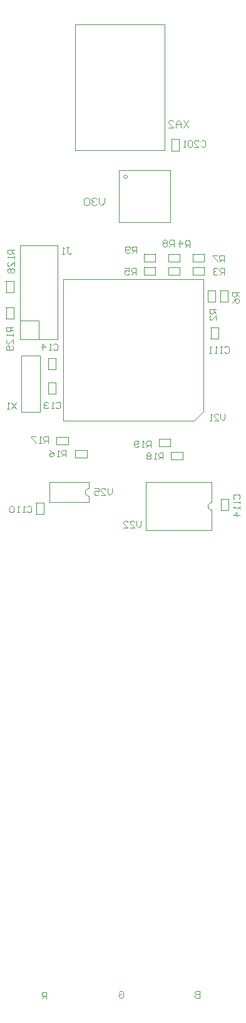
<source format=gbo>
*%FSLAX23Y23*%
*%MOIN*%
G01*
D12*
X5258Y6925D02*
Y7595D01*
X4782D02*
Y6925D01*
Y7595D02*
X5258D01*
Y6925D02*
X4782D01*
D14*
X4628Y2442D02*
Y2407D01*
Y2442D02*
X4610D01*
X4604Y2437D01*
Y2425D01*
X4610Y2419D01*
X4628D01*
X4616D02*
X4604Y2407D01*
X5014Y2442D02*
X5020Y2447D01*
X5032D01*
X5038Y2442D01*
Y2418D01*
X5032Y2412D01*
X5020D01*
X5014Y2418D01*
Y2430D01*
X5026D01*
X5443Y2447D02*
Y2412D01*
X5425D01*
X5419Y2418D01*
Y2424D01*
X5425Y2430D01*
X5443D01*
X5444D01*
X5443D02*
X5444D01*
X5443D02*
X5444D01*
X5443D02*
X5425D01*
X5419Y2436D01*
Y2442D01*
X5425Y2447D01*
X5443D01*
D15*
X5579Y5496D02*
Y5519D01*
Y5496D02*
X5567Y5484D01*
X5555Y5496D01*
Y5519D01*
X5544Y5484D02*
X5520D01*
X5544D02*
X5520Y5507D01*
Y5513D01*
X5526Y5519D01*
X5538D01*
X5544Y5513D01*
X5509Y5484D02*
X5497D01*
X5503D01*
Y5519D01*
X5504D01*
X5503D02*
X5509Y5513D01*
X5497Y6078D02*
X5532D01*
X5497D02*
Y6061D01*
X5502Y6055D01*
X5514D01*
X5520Y6061D01*
Y6078D01*
Y6066D02*
X5532Y6055D01*
Y6043D02*
Y6020D01*
Y6043D02*
X5508Y6020D01*
X5502D01*
X5497Y6026D01*
Y6037D01*
X5502Y6043D01*
X5575Y6261D02*
Y6296D01*
X5557D01*
X5551Y6290D01*
Y6279D01*
X5557Y6273D01*
X5575D01*
X5563D02*
X5551Y6261D01*
X5540Y6290D02*
X5534Y6296D01*
X5522D01*
X5516Y6290D01*
Y6284D01*
X5517D01*
X5516D02*
X5517D01*
X5516D02*
X5517D01*
X5516D02*
X5522Y6279D01*
X5528D01*
X5522D01*
X5516Y6273D01*
Y6267D01*
X5522Y6261D01*
X5534D01*
X5540Y6267D01*
X5390Y6408D02*
Y6443D01*
X5372D01*
X5366Y6437D01*
Y6426D01*
X5372Y6420D01*
X5390D01*
X5378D02*
X5366Y6408D01*
X5337D02*
Y6443D01*
X5355Y6426D01*
X5331D01*
X5104Y6296D02*
Y6261D01*
Y6296D02*
X5086D01*
X5080Y6290D01*
Y6279D01*
X5086Y6273D01*
X5104D01*
X5092D02*
X5080Y6261D01*
X5069Y6296D02*
X5045D01*
X5069D02*
Y6279D01*
X5057Y6284D01*
X5051D01*
X5045Y6279D01*
Y6267D01*
X5051Y6261D01*
X5063D01*
X5069Y6267D01*
X5108Y6377D02*
Y6412D01*
X5090D01*
X5084Y6406D01*
Y6395D01*
X5090Y6389D01*
X5108D01*
X5096D02*
X5084Y6377D01*
X5073Y6383D02*
X5067Y6377D01*
X5055D01*
X5049Y6383D01*
Y6406D01*
X5055Y6412D01*
X5067D01*
X5073Y6406D01*
Y6400D01*
X5067Y6395D01*
X5049D01*
X5306Y6412D02*
Y6447D01*
X5288D01*
X5282Y6441D01*
Y6430D01*
X5288Y6424D01*
X5306D01*
X5294D02*
X5282Y6412D01*
X5271Y6441D02*
X5265Y6447D01*
X5253D01*
X5247Y6441D01*
Y6435D01*
X5253Y6430D01*
X5247Y6424D01*
Y6418D01*
X5253Y6412D01*
X5265D01*
X5271Y6418D01*
Y6424D01*
X5265Y6430D01*
X5271Y6435D01*
Y6441D01*
X5265Y6430D02*
X5253D01*
X5573Y6365D02*
Y6330D01*
Y6365D02*
X5555D01*
X5549Y6359D01*
Y6348D01*
X5555Y6342D01*
X5573D01*
X5561D02*
X5549Y6330D01*
X5538Y6365D02*
X5514D01*
Y6359D01*
X5538Y6336D01*
Y6330D01*
X5618Y6168D02*
X5653D01*
X5618D02*
Y6151D01*
X5623Y6145D01*
X5635D01*
X5641Y6151D01*
Y6168D01*
Y6156D02*
X5653Y6145D01*
X5623Y6121D02*
X5618Y6110D01*
X5623Y6121D02*
X5635Y6133D01*
X5647D01*
X5653Y6127D01*
Y6116D01*
X5647Y6110D01*
X5641D01*
X5635Y6116D01*
Y6133D01*
X5582Y5880D02*
X5576Y5874D01*
X5582Y5880D02*
X5594D01*
X5600Y5874D01*
Y5851D01*
X5594Y5845D01*
X5582D01*
X5576Y5851D01*
X5565Y5845D02*
X5553D01*
X5559D01*
Y5880D01*
X5560D01*
X5559D02*
X5565Y5874D01*
X5535Y5845D02*
X5524D01*
X5530D01*
Y5880D01*
X5531D01*
X5530D02*
X5535Y5874D01*
X5506Y5845D02*
X5495D01*
X5500D01*
Y5880D01*
X5501D01*
X5500D02*
X5506Y5874D01*
X4684Y5584D02*
X4678Y5578D01*
X4684Y5584D02*
X4696D01*
X4702Y5578D01*
Y5555D01*
X4696Y5549D01*
X4684D01*
X4678Y5555D01*
X4667Y5549D02*
X4655D01*
X4661D01*
Y5584D01*
X4662D01*
X4661D02*
X4667Y5578D01*
X4637D02*
X4632Y5584D01*
X4620D01*
X4614Y5578D01*
Y5572D01*
X4615D01*
X4614D02*
X4615D01*
X4614D02*
X4615D01*
X4614D02*
X4620Y5567D01*
X4626D01*
X4620D01*
X4614Y5561D01*
Y5555D01*
X4620Y5549D01*
X4632D01*
X4637Y5555D01*
X4664Y5888D02*
X4670Y5894D01*
X4682D01*
X4688Y5888D01*
Y5865D01*
X4682Y5859D01*
X4670D01*
X4664Y5865D01*
X4653Y5859D02*
X4641D01*
X4647D01*
Y5894D01*
X4648D01*
X4647D02*
X4653Y5888D01*
X4606Y5894D02*
Y5859D01*
X4623Y5877D02*
X4606Y5894D01*
X4600Y5877D02*
X4623D01*
X4466Y5582D02*
X4442Y5547D01*
X4466D02*
X4442Y5582D01*
X4431Y5547D02*
X4419D01*
X4425D01*
Y5582D01*
X4426D01*
X4425D02*
X4431Y5576D01*
X4421Y6394D02*
X4456D01*
X4421D02*
Y6377D01*
X4426Y6371D01*
X4438D01*
X4444Y6377D01*
Y6394D01*
Y6382D02*
X4456Y6371D01*
Y6359D02*
Y6347D01*
Y6353D01*
X4421D01*
X4422D01*
X4421D02*
X4426Y6359D01*
X4456Y6330D02*
Y6307D01*
Y6330D02*
X4432Y6307D01*
X4426D01*
X4421Y6312D01*
Y6324D01*
X4426Y6330D01*
Y6295D02*
X4421Y6289D01*
Y6277D01*
X4426Y6272D01*
X4432D01*
X4438Y6277D01*
X4444Y6272D01*
X4450D01*
X4456Y6277D01*
Y6289D01*
X4450Y6295D01*
X4444D01*
X4438Y6289D01*
X4432Y6295D01*
X4426D01*
X4438Y6289D02*
Y6277D01*
X5450Y6970D02*
X5456Y6976D01*
X5468D01*
X5474Y6970D01*
Y6947D01*
X5468Y6941D01*
X5456D01*
X5450Y6947D01*
X5439Y6941D02*
X5415D01*
X5439D02*
X5415Y6964D01*
Y6970D01*
X5421Y6976D01*
X5433D01*
X5439Y6970D01*
X5404D02*
X5398Y6976D01*
X5386D01*
X5380Y6970D01*
Y6947D01*
X5386Y6941D01*
X5398D01*
X5404Y6947D01*
Y6970D01*
X5369Y6941D02*
X5357D01*
X5363D01*
Y6976D01*
X5364D01*
X5363D02*
X5369Y6970D01*
X4936Y6671D02*
Y6644D01*
X4922Y6631D01*
X4909Y6644D01*
Y6671D01*
X4896Y6664D02*
X4889Y6671D01*
X4876D01*
X4869Y6664D01*
Y6658D01*
X4870D01*
X4869D02*
X4870D01*
X4869D02*
X4870D01*
X4869D02*
X4876Y6651D01*
X4882D01*
X4876D01*
X4869Y6644D01*
Y6638D01*
X4876Y6631D01*
X4889D01*
X4896Y6638D01*
X4856Y6664D02*
X4849Y6671D01*
X4836D01*
X4829Y6664D01*
Y6638D01*
X4836Y6631D01*
X4849D01*
X4856Y6638D01*
Y6664D01*
X5357Y7043D02*
X5384Y7083D01*
X5357D02*
X5384Y7043D01*
X5344D02*
Y7070D01*
X5330Y7083D01*
X5317Y7070D01*
Y7043D01*
Y7063D01*
X5344D01*
X5304Y7043D02*
X5277D01*
X5304D02*
X5277Y7070D01*
Y7076D01*
X5284Y7083D01*
X5297D01*
X5304Y7076D01*
X4688Y6417D02*
Y5917D01*
X4488D02*
Y6417D01*
X4588Y6017D02*
Y5917D01*
X4488Y6417D02*
X4688D01*
X4588Y6017D02*
X4488D01*
Y5917D02*
X4688D01*
X4735Y6406D02*
X4747D01*
X4741D01*
Y6377D01*
X4747Y6371D01*
X4753D01*
X4759Y6377D01*
X4724Y6371D02*
X4712D01*
X4718D01*
Y6406D01*
X4719D01*
X4718D02*
X4724Y6400D01*
X4450Y5982D02*
X4415D01*
Y5965D01*
X4420Y5959D01*
X4432D01*
X4438Y5965D01*
Y5982D01*
Y5970D02*
X4450Y5959D01*
Y5947D02*
Y5935D01*
Y5941D01*
X4415D01*
X4416D01*
X4415D02*
X4420Y5947D01*
X4450Y5918D02*
Y5895D01*
Y5918D02*
X4426Y5895D01*
X4420D01*
X4415Y5900D01*
Y5912D01*
X4420Y5918D01*
X4444Y5883D02*
X4450Y5877D01*
Y5865D01*
X4444Y5860D01*
X4420D01*
X4415Y5865D01*
Y5877D01*
X4420Y5883D01*
X4426D01*
X4432Y5877D01*
Y5860D01*
X5132Y4949D02*
Y4926D01*
X5120Y4914D01*
X5108Y4926D01*
Y4949D01*
X5097Y4914D02*
X5073D01*
X5097D02*
X5073Y4937D01*
Y4943D01*
X5079Y4949D01*
X5091D01*
X5097Y4943D01*
X5062Y4914D02*
X5038D01*
X5062D02*
X5038Y4937D01*
Y4943D01*
X5044Y4949D01*
X5056D01*
X5062Y4943D01*
X4977Y5100D02*
Y5123D01*
Y5100D02*
X4965Y5088D01*
X4953Y5100D01*
Y5123D01*
X4942Y5088D02*
X4918D01*
X4942D02*
X4918Y5111D01*
Y5117D01*
X4924Y5123D01*
X4936D01*
X4942Y5117D01*
X4907Y5123D02*
X4883D01*
X4907D02*
Y5106D01*
X4895Y5111D01*
X4889D01*
X4883Y5106D01*
Y5094D01*
X4889Y5088D01*
X4901D01*
X4907Y5094D01*
X4530Y5031D02*
X4524Y5025D01*
X4530Y5031D02*
X4542D01*
X4548Y5025D01*
Y5002D01*
X4542Y4996D01*
X4530D01*
X4524Y5002D01*
X4513Y4996D02*
X4501D01*
X4507D01*
Y5031D01*
X4508D01*
X4507D02*
X4513Y5025D01*
X4483Y4996D02*
X4472D01*
X4478D01*
Y5031D01*
X4479D01*
X4478D02*
X4483Y5025D01*
X4454D02*
X4448Y5031D01*
X4437D01*
X4431Y5025D01*
Y5002D01*
X4437Y4996D01*
X4448D01*
X4454Y5002D01*
Y5025D01*
X4731Y5293D02*
Y5328D01*
X4713D01*
X4707Y5322D01*
Y5311D01*
X4713Y5305D01*
X4731D01*
X4719D02*
X4707Y5293D01*
X4696D02*
X4684D01*
X4690D01*
Y5328D01*
X4691D01*
X4690D02*
X4696Y5322D01*
X4655D02*
X4643Y5328D01*
X4655Y5322D02*
X4666Y5311D01*
Y5299D01*
X4661Y5293D01*
X4649D01*
X4643Y5299D01*
Y5305D01*
X4649Y5311D01*
X4666D01*
X4636Y5365D02*
Y5400D01*
X4618D01*
X4612Y5394D01*
Y5383D01*
X4618Y5377D01*
X4636D01*
X4624D02*
X4612Y5365D01*
X4601D02*
X4589D01*
X4595D01*
Y5400D01*
X4596D01*
X4595D02*
X4601Y5394D01*
X4571Y5400D02*
X4548D01*
Y5394D01*
X4571Y5371D01*
Y5365D01*
X5183Y5378D02*
Y5343D01*
Y5378D02*
X5165D01*
X5159Y5372D01*
Y5361D01*
X5165Y5355D01*
X5183D01*
X5171D02*
X5159Y5343D01*
X5148D02*
X5136D01*
X5142D01*
Y5378D01*
X5143D01*
X5142D02*
X5148Y5372D01*
X5118Y5349D02*
X5113Y5343D01*
X5101D01*
X5095Y5349D01*
Y5372D01*
X5101Y5378D01*
X5113D01*
X5118Y5372D01*
Y5366D01*
X5113Y5361D01*
X5095D01*
X5249Y5314D02*
Y5279D01*
Y5314D02*
X5231D01*
X5225Y5308D01*
Y5297D01*
X5231Y5291D01*
X5249D01*
X5237D02*
X5225Y5279D01*
X5214D02*
X5202D01*
X5208D01*
Y5314D01*
X5209D01*
X5208D02*
X5214Y5308D01*
X5184D02*
X5179Y5314D01*
X5167D01*
X5161Y5308D01*
Y5302D01*
X5167Y5297D01*
X5161Y5291D01*
Y5285D01*
X5167Y5279D01*
X5179D01*
X5184Y5285D01*
Y5291D01*
X5179Y5297D01*
X5184Y5302D01*
Y5308D01*
X5179Y5297D02*
X5167D01*
X5624Y5073D02*
X5629Y5067D01*
X5624Y5073D02*
Y5084D01*
X5629Y5090D01*
X5653D01*
X5659Y5084D01*
Y5073D01*
X5653Y5067D01*
X5659Y5055D02*
Y5043D01*
Y5049D01*
X5624D01*
X5625D01*
X5624D02*
X5629Y5055D01*
X5659Y5026D02*
Y5014D01*
Y5020D01*
X5624D01*
X5625D01*
X5624D02*
X5629Y5026D01*
X5624Y4979D02*
X5659D01*
X5641Y4997D02*
X5624Y4979D01*
X5641Y4973D02*
Y4997D01*
D19*
X5413Y5485D02*
X5463Y5535D01*
Y6237D01*
X4719D02*
Y5485D01*
X5413D01*
X5463Y6237D02*
X4719D01*
X5488Y6177D02*
Y6116D01*
X5528D02*
Y6177D01*
X5527Y6116D02*
X5487D01*
Y6177D02*
X5527D01*
X5407Y6263D02*
Y6303D01*
X5468D02*
Y6263D01*
X5468Y6302D02*
X5407D01*
Y6262D02*
X5468D01*
X5277Y6262D02*
Y6302D01*
X5338D02*
Y6262D01*
X5338Y6302D02*
X5277D01*
Y6262D02*
X5338D01*
X5147Y6263D02*
Y6303D01*
X5208D02*
Y6263D01*
X5208Y6302D02*
X5147D01*
Y6262D02*
X5208D01*
X5208Y6333D02*
Y6373D01*
X5147D02*
Y6333D01*
X5147Y6332D02*
X5208D01*
Y6372D02*
X5147D01*
X5277Y6372D02*
Y6332D01*
X5338D02*
Y6372D01*
X5338Y6372D02*
X5277D01*
Y6332D02*
X5338D01*
X5407Y6333D02*
Y6373D01*
X5468D02*
Y6333D01*
X5468Y6372D02*
X5407D01*
Y6332D02*
X5468D01*
X5553Y6177D02*
Y6116D01*
X5593D02*
Y6177D01*
X5592Y6116D02*
X5552D01*
Y6177D02*
X5592D01*
X5543Y5982D02*
Y5921D01*
X5503D02*
Y5982D01*
X5502Y5982D02*
X5542D01*
Y5921D02*
X5502D01*
X4638Y5687D02*
Y5626D01*
X4678D02*
Y5687D01*
X4677Y5626D02*
X4637D01*
Y5687D02*
X4677D01*
X4678Y5756D02*
Y5817D01*
X4638D02*
Y5756D01*
X4637Y5817D02*
X4677D01*
Y5756D02*
X4637D01*
X4593Y5832D02*
Y5532D01*
X4493D02*
Y5832D01*
Y5532D02*
X4593D01*
Y5832D02*
X4493D01*
X4453Y6166D02*
Y6227D01*
X4413D02*
Y6166D01*
X4412Y6227D02*
X4452D01*
Y6166D02*
X4412D01*
X5333Y6922D02*
Y6983D01*
X5293D02*
Y6922D01*
X5293Y6983D02*
X5333D01*
Y6922D02*
X5293D01*
X5057Y6784D02*
X5056Y6781D01*
X5054Y6778D01*
X5052Y6776D01*
X5049Y6775D01*
X5046D01*
X5043Y6776D01*
X5041Y6778D01*
X5039Y6781D01*
X5038Y6784D01*
X5039Y6787D01*
X5041Y6790D01*
X5043Y6792D01*
X5046Y6793D01*
X5049D01*
X5052Y6792D01*
X5054Y6790D01*
X5056Y6787D01*
X5057Y6784D01*
X5013Y6817D02*
Y6542D01*
X5289D02*
Y6817D01*
X5013D01*
Y6542D02*
X5289D01*
X4413Y6087D02*
Y6026D01*
X4453D02*
Y6087D01*
X4452Y6026D02*
X4412D01*
Y6087D02*
X4452D01*
X5508Y5049D02*
X5504Y5049D01*
X5501Y5048D01*
X5498Y5046D01*
X5495Y5044D01*
X5492Y5042D01*
X5490Y5039D01*
X5489Y5036D01*
X5488Y5033D01*
X5488Y5029D01*
X5488Y5026D01*
X5489Y5022D01*
X5490Y5019D01*
X5492Y5016D01*
X5495Y5014D01*
X5498Y5012D01*
X5501Y5010D01*
X5504Y5009D01*
X5508Y5009D01*
Y5049D02*
Y5157D01*
Y5009D02*
Y4902D01*
X5158D02*
Y5157D01*
Y4902D02*
X5508D01*
Y5157D02*
X5158D01*
X4853Y5124D02*
X4849Y5124D01*
X4846Y5123D01*
X4843Y5121D01*
X4840Y5119D01*
X4837Y5117D01*
X4835Y5114D01*
X4834Y5111D01*
X4833Y5108D01*
X4833Y5104D01*
X4833Y5101D01*
X4834Y5097D01*
X4835Y5094D01*
X4837Y5091D01*
X4840Y5089D01*
X4843Y5087D01*
X4846Y5085D01*
X4849Y5084D01*
X4853Y5084D01*
Y5052D01*
Y5124D02*
Y5157D01*
X4643D02*
Y5052D01*
Y5157D02*
X4853D01*
Y5052D02*
X4643D01*
X4613Y5047D02*
Y4986D01*
X4573D02*
Y5047D01*
X4572Y5047D02*
X4612D01*
Y4986D02*
X4572D01*
X4843Y5288D02*
Y5328D01*
X4782D02*
Y5288D01*
X4782Y5287D02*
X4843D01*
Y5327D02*
X4782D01*
X4682Y5358D02*
Y5398D01*
X4743D02*
Y5358D01*
X4743Y5397D02*
X4682D01*
Y5357D02*
X4743D01*
X5288Y5348D02*
Y5388D01*
X5227D02*
Y5348D01*
X5227Y5347D02*
X5288D01*
Y5387D02*
X5227D01*
X5353Y5317D02*
Y5277D01*
X5292D02*
Y5317D01*
X5292Y5277D02*
X5353D01*
Y5317D02*
X5292D01*
X5598Y5067D02*
Y5006D01*
X5558D02*
Y5067D01*
X5557Y5067D02*
X5597D01*
Y5006D02*
X5557D01*
D02*
M02*

</source>
